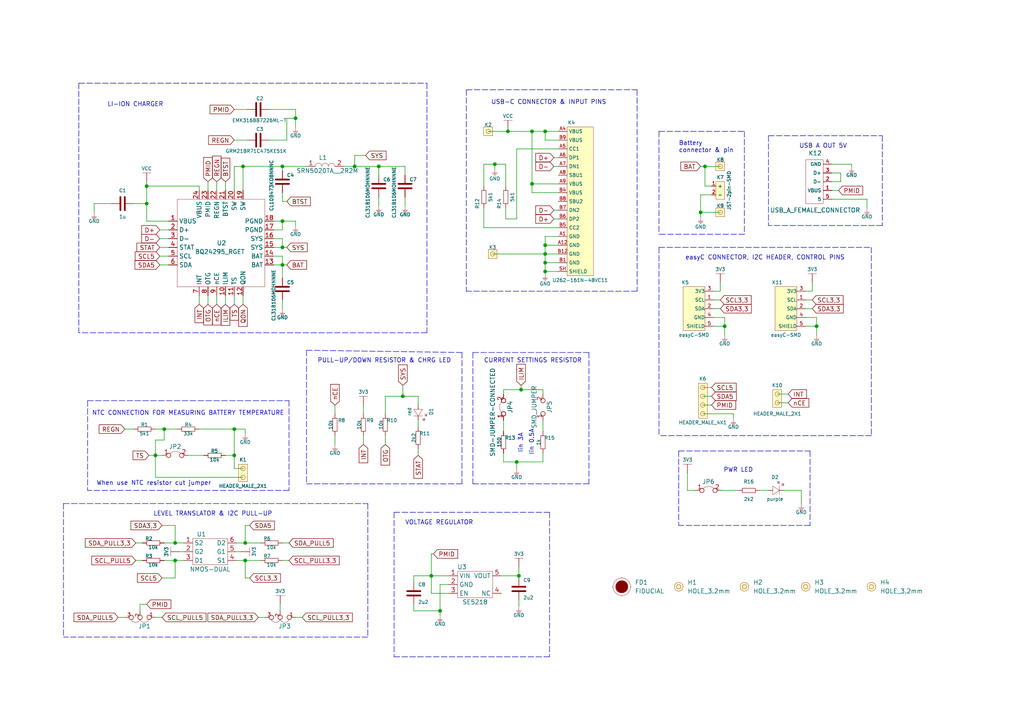
<source format=kicad_sch>
(kicad_sch (version 20211123) (generator eeschema)
  (paper "A4")
  (title_block (title "Li-ion charger BQ24295 with 5V USB output board") (date "2022-07-21") (rev "V1.0.0.") (company "SOLDERED") (comment 1 "333075"))
  (lib_symbols
    (symbol "e-radionica.com schematics:0402LED" (pin_numbers hide) (pin_names (offset 0.254) hide)
      (property "Reference" "D" (at -0.635 2.54 0))
      (property "Value" "0402LED" (at 0 -2.54 0))
      (symbol "0402LED_1_1"
        (pin passive line (at -1.905 0 0) (length 1.27) (name "A") (number "1"))
        (pin passive line (at 2.54 0 180) (length 1.27) (name "K") (number "2"))
      )
    )
    (symbol "e-radionica.com schematics:0402R" (pin_numbers hide) (pin_names (offset 0.254))
      (property "Reference" "R" (at -1.905 1.27 0))
      (property "Value" "0402R" (at 0 -1.27 0))
      (symbol "0402R_1_1"
        (pin passive line (at -3.175 0 0) (length 1.27) (name "~") (number "1"))
        (pin passive line (at 3.175 0 180) (length 1.27) (name "~") (number "2"))
      )
    )
    (symbol "e-radionica.com schematics:0603C" (pin_numbers hide) (pin_names (offset 0.002))
      (property "Reference" "C" (at -0.635 3.175 0))
      (property "Value" "0603C" (at 0 -3.175 0))
      (symbol "0603C_1_1"
        (pin passive line (at -3.175 0 0) (length 2.54) (name "~") (number "1"))
        (pin passive line (at 3.175 0 180) (length 2.54) (name "~") (number "2"))
      )
    )
    (symbol "e-radionica.com schematics:0603R" (pin_numbers hide) (pin_names (offset 0.254))
      (property "Reference" "R" (at -1.905 1.905 0))
      (property "Value" "0603R" (at 0 -1.905 0))
      (symbol "0603R_1_1"
        (pin passive line (at -3.175 0 0) (length 1.27) (name "~") (number "1"))
        (pin passive line (at 3.175 0 180) (length 1.27) (name "~") (number "2"))
      )
    )
    (symbol "e-radionica.com schematics:0603R_1" (pin_numbers hide) (pin_names (offset 0.254))
      (property "Reference" "R" (at -1.905 1.905 0))
      (property "Value" "0603R" (at 0 -1.905 0))
      (symbol "0603R_1_1_1"
        (pin passive line (at -3.175 0 0) (length 1.27) (name "~") (number "1"))
        (pin passive line (at 3.175 0 180) (length 1.27) (name "~") (number "2"))
      )
    )
    (symbol "e-radionica.com schematics:0603R_2" (pin_numbers hide) (pin_names (offset 0.254))
      (property "Reference" "R" (at -1.905 1.905 0))
      (property "Value" "0603R" (at 0 -1.905 0))
      (symbol "0603R_2_1_1"
        (pin passive line (at -3.175 0 0) (length 1.27) (name "~") (number "1"))
        (pin passive line (at 3.175 0 180) (length 1.27) (name "~") (number "2"))
      )
    )
    (symbol "e-radionica.com schematics:0805C" (pin_numbers hide)
      (property "Reference" "C" (at -0.635 3.175 0))
      (property "Value" "0805C" (at 0 -3.175 0))
      (symbol "0805C_1_1"
        (pin passive line (at -3.175 0 0) (length 2.54) (name "~") (number "1"))
        (pin passive line (at 3.175 0 180) (length 2.54) (name "~") (number "2"))
      )
    )
    (symbol "e-radionica.com schematics:1206C" (pin_numbers hide)
      (property "Reference" "C" (at -0.635 3.175 0))
      (property "Value" "1206C" (at 0 -3.175 0))
      (symbol "1206C_1_1"
        (pin passive line (at -3.175 0 0) (length 2.54) (name "~") (number "1"))
        (pin passive line (at 3.175 0 180) (length 2.54) (name "~") (number "2"))
      )
    )
    (symbol "e-radionica.com schematics:3V3" (power) (pin_names (offset 0))
      (property "Value" "3V3" (at 0 3.556 0))
      (symbol "3V3_1_1"
        (pin power_in line (at 0 0 90) (length 0) hide (name "3V3") (number "1"))
      )
    )
    (symbol "e-radionica.com schematics:BQ24295_RGET"
      (property "Reference" "U" (at 10.16 13.97 0))
      (property "Value" "BQ24295_RGET" (at -15.24 -15.24 0))
      (symbol "BQ24295_RGET_1_1"
        (pin input line (at -15.24 6.35 0) (length 2.54) (name "VBUS") (number "1"))
        (pin input line (at 1.27 -15.24 90) (length 2.54) (name "ILIM") (number "10"))
        (pin input line (at 3.81 -15.24 90) (length 2.54) (name "TS") (number "11"))
        (pin input line (at 6.35 -15.24 90) (length 2.54) (name "QON") (number "12"))
        (pin input line (at 15.24 -6.35 180) (length 2.54) (name "BAT") (number "13"))
        (pin input line (at 15.24 -3.81 180) (length 2.54) (name "BAT") (number "14"))
        (pin input line (at 15.24 -1.27 180) (length 2.54) (name "SYS") (number "15"))
        (pin input line (at 15.24 1.27 180) (length 2.54) (name "SYS") (number "16"))
        (pin input line (at 15.24 3.81 180) (length 2.54) (name "PGND") (number "17"))
        (pin input line (at 15.24 6.35 180) (length 2.54) (name "PGND") (number "18"))
        (pin input line (at 6.35 15.24 270) (length 2.54) (name "SW") (number "19"))
        (pin input line (at -15.24 3.81 0) (length 2.54) (name "D+") (number "2"))
        (pin input line (at 3.81 15.24 270) (length 2.54) (name "SW") (number "20"))
        (pin input line (at 1.27 15.24 270) (length 2.54) (name "BTST") (number "21"))
        (pin input line (at -1.27 15.24 270) (length 2.54) (name "REGN") (number "22"))
        (pin input line (at -3.81 15.24 270) (length 2.54) (name "PMID") (number "23"))
        (pin input line (at -6.35 15.24 270) (length 2.54) (name "VBUS") (number "24"))
        (pin input line (at -15.24 1.27 0) (length 2.54) (name "D-") (number "3"))
        (pin input line (at -15.24 -1.27 0) (length 2.54) (name "STAT") (number "4"))
        (pin input line (at -15.24 -3.81 0) (length 2.54) (name "SCL") (number "5"))
        (pin input line (at -15.24 -6.35 0) (length 2.54) (name "SDA") (number "6"))
        (pin input line (at -6.35 -15.24 90) (length 2.54) (name "INT") (number "7"))
        (pin input line (at -3.81 -15.24 90) (length 2.54) (name "OTG") (number "8"))
        (pin input line (at -1.27 -15.24 90) (length 2.54) (name "nCE") (number "9"))
      )
    )
    (symbol "e-radionica.com schematics:FIDUCIAL" (in_bom no)
      (property "Reference" "FD" (at 0 3.81 0))
      (property "Value" "FIDUCIAL" (at 0 -3.81 0))
    )
    (symbol "e-radionica.com schematics:GND" (power) (pin_names (offset 0))
      (property "Value" "GND" (at 0 -2.921 0))
      (symbol "GND_1_1"
        (pin power_in line (at 0 0 270) (length 0) hide (name "GND") (number "1"))
      )
    )
    (symbol "e-radionica.com schematics:GND_1" (power) (pin_names (offset 0))
      (property "Value" "GND" (at 0 -2.921 0))
      (symbol "GND_1_1_1"
        (pin power_in line (at 0 0 270) (length 0) hide (name "GND") (number "1"))
      )
    )
    (symbol "e-radionica.com schematics:GND_5" (power) (pin_names (offset 0))
      (property "Value" "GND" (at 0 -2.921 0))
      (symbol "GND_5_1_1"
        (pin power_in line (at 0 0 270) (length 0) hide (name "GND") (number "1"))
      )
    )
    (symbol "e-radionica.com schematics:HEADER_MALE_1X1" (pin_numbers hide) (pin_names hide)
      (property "Reference" "K" (at -0.635 2.54 0))
      (property "Value" "HEADER_MALE_1X1" (at 0 -2.54 0))
      (symbol "HEADER_MALE_1X1_1_1"
        (pin passive line (at 0 0 180) (length 0) (name "~") (number "1"))
      )
    )
    (symbol "e-radionica.com schematics:HEADER_MALE_2X1" (pin_numbers hide) (pin_names hide)
      (property "Reference" "K" (at -1.27 5.08 0))
      (property "Value" "HEADER_MALE_2X1" (at 0 -2.54 0))
      (symbol "HEADER_MALE_2X1_1_1"
        (pin passive line (at 0 0 180) (length 0) (name "~") (number "1"))
        (pin passive line (at 0 2.54 180) (length 0) (name "~") (number "2"))
      )
    )
    (symbol "e-radionica.com schematics:HEADER_MALE_4X1" (pin_numbers hide) (pin_names hide)
      (property "Reference" "K" (at -0.635 7.62 0))
      (property "Value" "HEADER_MALE_4X1" (at 0 -5.08 0))
      (symbol "HEADER_MALE_4X1_1_1"
        (pin passive line (at 0 -2.54 180) (length 0) (name "~") (number "1"))
        (pin passive line (at 0 0 180) (length 0) (name "~") (number "2"))
        (pin passive line (at 0 2.54 180) (length 0) (name "~") (number "3"))
        (pin passive line (at 0 5.08 180) (length 0) (name "~") (number "4"))
      )
    )
    (symbol "e-radionica.com schematics:HOLE_3.2mm" (pin_numbers hide) (pin_names hide)
      (property "Reference" "H" (at 0 2.54 0))
      (property "Value" "HOLE_3.2mm" (at 0 -2.54 0))
    )
    (symbol "e-radionica.com schematics:JST-2pin-SMD"
      (property "Reference" "K" (at -1.27 5.08 0))
      (property "Value" "JST-2pin-SMD" (at 0 -2.54 0))
      (symbol "JST-2pin-SMD_1_1"
        (pin passive line (at 1.27 0 180) (length 1.27) (name "+") (number "1"))
        (pin passive line (at 1.27 2.54 180) (length 1.27) (name "-") (number "2"))
      )
    )
    (symbol "e-radionica.com schematics:NMOS-DUAL"
      (property "Reference" "U" (at -3.81 5.08 0))
      (property "Value" "NMOS-DUAL" (at 0 -5.08 0))
      (symbol "NMOS-DUAL_1_1"
        (pin input line (at -7.62 2.54 0) (length 2.54) (name "S2") (number "1"))
        (pin input line (at -7.62 0 0) (length 2.54) (name "G2") (number "2"))
        (pin input line (at -7.62 -2.54 0) (length 2.54) (name "D1") (number "3"))
        (pin input line (at 7.62 -2.54 180) (length 2.54) (name "S1") (number "4"))
        (pin input line (at 7.62 0 180) (length 2.54) (name "G1") (number "5"))
        (pin input line (at 7.62 2.54 180) (length 2.54) (name "D2") (number "6"))
      )
    )
    (symbol "e-radionica.com schematics:SE5218"
      (property "Reference" "U" (at -3.81 5.08 0))
      (property "Value" "SE5218" (at 0 -5.08 0))
      (symbol "SE5218_1_1"
        (pin power_in line (at -7.62 2.54 0) (length 2.54) (name "VIN") (number "1"))
        (pin power_in line (at -7.62 0 0) (length 2.54) (name "GND") (number "2"))
        (pin input line (at -7.62 -2.54 0) (length 2.54) (name "EN") (number "3"))
        (pin passive line (at 7.62 -2.54 180) (length 2.54) (name "NC") (number "4"))
        (pin power_out line (at 7.62 2.54 180) (length 2.54) (name "VOUT") (number "5"))
      )
    )
    (symbol "e-radionica.com schematics:SMD-JUMPER-CONNECTED"
      (property "Reference" "JP" (at 0 3.556 0))
      (property "Value" "SMD-JUMPER-CONNECTED" (at 0 -2.54 0))
      (symbol "SMD-JUMPER-CONNECTED_1_1"
        (pin passive inverted (at -4.064 0 0) (length 2.54) (name "") (number "1"))
        (pin passive inverted (at 3.556 0 180) (length 2.54) (name "") (number "2"))
      )
    )
    (symbol "e-radionica.com schematics:SMD-JUMPER-CONNECTED_TRACE_SLODERMASK"
      (property "Reference" "JP" (at 0 3.556 0))
      (property "Value" "SMD-JUMPER-CONNECTED_TRACE_SLODERMASK" (at 0 -2.54 0))
      (symbol "SMD-JUMPER-CONNECTED_TRACE_SLODERMASK_1_1"
        (pin passive inverted (at -4.064 0 0) (length 2.54) (name "") (number "1"))
        (pin passive inverted (at 3.556 0 180) (length 2.54) (name "") (number "2"))
      )
    )
    (symbol "e-radionica.com schematics:SMD_JUMPER"
      (property "Reference" "JP" (at 0 1.397 0))
      (property "Value" "SMD_JUMPER" (at 0.508 -3.048 0))
      (symbol "SMD_JUMPER_1_1"
        (pin passive inverted (at -3.81 0 0) (length 2.54) (name "") (number "1"))
        (pin passive inverted (at 3.81 0 180) (length 2.54) (name "") (number "2"))
      )
    )
    (symbol "e-radionica.com schematics:SMD_JUMPER_3_PAD_TRACE"
      (property "Reference" "JP" (at 0.0254 5.461 0))
      (property "Value" "SMD_JUMPER_3_PAD_TRACE" (at 0.3048 -4.572 0))
      (symbol "SMD_JUMPER_3_PAD_TRACE_1_1"
        (pin passive inverted (at -4.5212 -0.0254 0) (length 2.54) (name "") (number "1"))
        (pin passive inverted (at 0.0254 -1.9304 90) (length 2.54) (name "") (number "2"))
        (pin passive inverted (at 4.4704 0 180) (length 2.54) (name "") (number "3"))
      )
    )
    (symbol "e-radionica.com schematics:SRN5020TA__2R2M"
      (property "Reference" "L" (at 0 2.54 0))
      (property "Value" "SRN5020TA__2R2M" (at 0 -2.54 0))
      (symbol "SRN5020TA__2R2M_1_1"
        (pin passive line (at -5.08 0 0) (length 2.54) (name "") (number "1"))
        (pin passive line (at 5.715 0 180) (length 2.54) (name "") (number "2"))
      )
    )
    (symbol "e-radionica.com schematics:U262-161N-4BVC11"
      (property "Reference" "K" (at 0 22.86 0))
      (property "Value" "U262-161N-4BVC11" (at 2.54 -22.86 0))
      (symbol "U262-161N-4BVC11_1_1"
        (pin passive line (at -3.81 -10.16 0) (length 2.54) (name "GND") (number "A1"))
        (pin passive line (at -3.81 -12.7 0) (length 2.54) (name "GND") (number "A12"))
        (pin passive line (at -3.81 20.32 0) (length 2.54) (name "VBUS") (number "A4"))
        (pin passive line (at -3.81 15.24 0) (length 2.54) (name "CC1") (number "A5"))
        (pin passive line (at -3.81 12.7 0) (length 2.54) (name "DP1") (number "A6"))
        (pin passive line (at -3.81 10.16 0) (length 2.54) (name "DN1") (number "A7"))
        (pin passive line (at -3.81 7.62 0) (length 2.54) (name "SBU1") (number "A8"))
        (pin passive line (at -3.81 5.08 0) (length 2.54) (name "VBUS") (number "A9"))
        (pin passive line (at -3.81 -17.78 0) (length 2.54) (name "GND") (number "B1"))
        (pin passive line (at -3.81 -15.24 0) (length 2.54) (name "GND") (number "B12"))
        (pin passive line (at -3.81 2.54 0) (length 2.54) (name "VBUS") (number "B4"))
        (pin passive line (at -3.81 -7.62 0) (length 2.54) (name "CC2") (number "B5"))
        (pin passive line (at -3.81 -5.08 0) (length 2.54) (name "DP2") (number "B6"))
        (pin passive line (at -3.81 -2.54 0) (length 2.54) (name "DN2") (number "B7"))
        (pin passive line (at -3.81 0 0) (length 2.54) (name "SBU2") (number "B8"))
        (pin passive line (at -3.81 17.78 0) (length 2.54) (name "VBUS") (number "B9"))
        (pin passive line (at -3.81 -20.32 0) (length 2.54) (name "SHIELD") (number "SH"))
      )
    )
    (symbol "e-radionica.com schematics:USB_A_FEMALE_CONNECTOR"
      (property "Reference" "K" (at 0 10.16 0))
      (property "Value" "USB_A_FEMALE_CONNECTOR" (at 1.27 -7.62 0))
      (symbol "USB_A_FEMALE_CONNECTOR_1_1"
        (pin passive line (at 5.08 -2.54 180) (length 2.54) (name "VBUS") (number "1"))
        (pin passive line (at 5.08 0 180) (length 2.54) (name "D-") (number "2"))
        (pin passive line (at 5.08 2.54 180) (length 2.54) (name "D+") (number "3"))
        (pin passive line (at 5.08 5.08 180) (length 2.54) (name "GND") (number "4"))
        (pin passive line (at 5.08 -5.08 180) (length 2.54) (name "5") (number "5"))
      )
    )
    (symbol "e-radionica.com schematics:VCC" (power) (pin_names (offset 0))
      (property "Value" "VCC" (at 0 3.556 0))
      (symbol "VCC_1_1"
        (pin power_in line (at 0 0 90) (length 0) hide (name "VCC") (number "1"))
      )
    )
    (symbol "e-radionica.com schematics:easyC-SMD" (pin_names (offset 0.002))
      (property "Reference" "K" (at -2.54 10.16 0))
      (property "Value" "easyC-SMD" (at 0 -5.08 0))
      (symbol "easyC-SMD_1_1"
        (pin passive line (at 5.715 5.08 180) (length 2.54) (name "SCL") (number "1"))
        (pin passive line (at 5.715 2.54 180) (length 2.54) (name "SDA") (number "2"))
        (pin passive line (at 5.715 7.62 180) (length 2.54) (name "3V3") (number "3"))
        (pin passive line (at 5.715 0 180) (length 2.54) (name "GND") (number "4"))
        (pin passive line (at 5.715 -2.54 180) (length 2.54) (name "SHIELD") (number "5"))
      )
    )
  )
  (junction (at 151.13 113.03) (diameter 0.9144))
  (junction (at 42.545 59.055) (diameter 0.9144))
  (junction (at 81.915 48.26) (diameter 0.9144))
  (junction (at 42.545 53.975) (diameter 0.9144))
  (junction (at 147.32 38.1) (diameter 0.9144))
  (junction (at 143.51 47.625) (diameter 0.9144))
  (junction (at 67.945 132.08) (diameter 0.9144))
  (junction (at 47.625 124.46) (diameter 0.9144))
  (junction (at 154.305 53.34) (diameter 0.9144))
  (junction (at 149.86 133.985) (diameter 0.9144))
  (junction (at 127.635 177.165) (diameter 0.9144))
  (junction (at 158.115 73.66) (diameter 0.9144))
  (junction (at 158.115 78.74) (diameter 0.9144))
  (junction (at 85.725 34.29) (diameter 0.9144))
  (junction (at 102.87 48.26) (diameter 0.9144))
  (junction (at 71.12 157.48) (diameter 0.9144))
  (junction (at 154.305 38.1) (diameter 0.9144))
  (junction (at 81.915 64.135) (diameter 0.9144))
  (junction (at 125.095 167.005) (diameter 0.9144))
  (junction (at 116.84 114.935) (diameter 0.9144))
  (junction (at 81.915 71.755) (diameter 0.9144))
  (junction (at 67.945 124.46) (diameter 0.9144))
  (junction (at 210.185 94.615) (diameter 0.9144))
  (junction (at 204.47 48.26) (diameter 0.9144))
  (junction (at 158.115 38.1) (diameter 0.9144))
  (junction (at 50.8 157.48) (diameter 0.9144))
  (junction (at 50.8 162.56) (diameter 0.9144))
  (junction (at 109.855 48.26) (diameter 0.9144))
  (junction (at 203.2 61.595) (diameter 0.9144))
  (junction (at 45.085 132.08) (diameter 0.9144))
  (junction (at 158.115 76.2) (diameter 0.9144))
  (junction (at 236.855 94.615) (diameter 0.9144))
  (junction (at 81.915 76.835) (diameter 0.9144))
  (junction (at 71.12 162.56) (diameter 0.9144))
  (junction (at 70.485 48.26) (diameter 0.9144))
  (junction (at 158.115 71.12) (diameter 0.9144))
  (junction (at 150.495 167.005) (diameter 0.9144))
  (wire (pts (xy 67.945 85.725) (xy 67.945 88.265)))
  (wire (pts (xy 46.355 66.675) (xy 48.895 66.675)))
  (wire (pts (xy 99.695 48.26) (xy 102.87 48.26)))
  (wire (pts (xy 102.87 48.26) (xy 109.855 48.26)))
  (wire (pts (xy 109.855 48.26) (xy 109.855 50.8)))
  (wire (pts (xy 154.305 53.34) (xy 154.305 55.88)))
  (wire (pts (xy 62.865 85.725) (xy 62.865 88.265)))
  (wire (pts (xy 203.2 48.26) (xy 204.47 48.26)))
  (wire (pts (xy 145.415 167.005) (xy 150.495 167.005)))
  (wire (pts (xy 203.835 120.015) (xy 212.725 120.015)))
  (wire (pts (xy 78.105 40.64) (xy 83.185 40.64)))
  (wire (pts (xy 83.185 34.29) (xy 85.725 34.29)))
  (wire (pts (xy 83.185 40.64) (xy 83.185 34.29)))
  (wire (pts (xy 85.725 34.29) (xy 85.725 36.83)))
  (wire (pts (xy 227.33 142.24) (xy 232.41 142.24)))
  (wire (pts (xy 160.655 45.72) (xy 161.925 45.72)))
  (wire (pts (xy 158.115 38.1) (xy 161.925 38.1)))
  (polyline (pts (xy 88.9 101.6) (xy 88.9 140.335)) (stroke (width 0) (type dash)))
  (polyline (pts (xy 88.9 101.6) (xy 133.985 102.235)) (stroke (width 0) (type dash)))
  (polyline (pts (xy 133.985 102.235) (xy 133.985 140.335)) (stroke (width 0) (type dash)))
  (polyline (pts (xy 133.985 140.335) (xy 88.9 140.335)) (stroke (width 0) (type dash)))
  (wire (pts (xy 71.12 167.64) (xy 71.12 162.56)))
  (wire (pts (xy 142.875 73.66) (xy 158.115 73.66)))
  (wire (pts (xy 158.115 71.12) (xy 158.115 73.66)))
  (wire (pts (xy 50.8 167.64) (xy 50.8 162.56)))
  (polyline (pts (xy 18.415 146.05) (xy 18.415 184.785)) (stroke (width 0) (type dash)))
  (polyline (pts (xy 18.415 146.05) (xy 106.68 146.05)) (stroke (width 0) (type dash)))
  (polyline (pts (xy 106.68 146.05) (xy 106.68 184.785)) (stroke (width 0) (type dash)))
  (polyline (pts (xy 106.68 184.785) (xy 18.415 184.785)) (stroke (width 0) (type dash)))
  (wire (pts (xy 210.185 94.615) (xy 210.185 97.155)))
  (polyline (pts (xy 196.85 130.81) (xy 234.95 130.81)) (stroke (width 0) (type dash)))
  (wire (pts (xy 151.13 113.03) (xy 151.13 111.76)))
  (wire (pts (xy 157.48 113.03) (xy 151.13 113.03)))
  (wire (pts (xy 157.48 114.3) (xy 157.48 113.03)))
  (wire (pts (xy 81.915 48.26) (xy 88.9 48.26)))
  (wire (pts (xy 154.305 53.34) (xy 154.305 38.1)))
  (wire (pts (xy 203.835 114.935) (xy 206.375 114.935)))
  (wire (pts (xy 67.945 31.75) (xy 71.755 31.75)))
  (wire (pts (xy 81.2546 177.1396) (xy 81.2546 175.26)))
  (wire (pts (xy 146.05 113.03) (xy 151.13 113.03)))
  (wire (pts (xy 146.05 114.3) (xy 146.05 113.03)))
  (wire (pts (xy 68.58 157.48) (xy 71.12 157.48)))
  (wire (pts (xy 46.99 167.64) (xy 50.8 167.64)))
  (wire (pts (xy 233.68 84.455) (xy 235.585 84.455)))
  (wire (pts (xy 81.915 58.42) (xy 83.185 58.42)))
  (polyline (pts (xy 191.135 71.755) (xy 191.135 126.365)) (stroke (width 0) (type dash)))
  (polyline (pts (xy 191.135 71.755) (xy 252.73 71.755)) (stroke (width 0) (type dash)))
  (polyline (pts (xy 252.73 71.755) (xy 252.73 126.365)) (stroke (width 0) (type dash)))
  (polyline (pts (xy 252.73 126.365) (xy 191.135 126.365)) (stroke (width 0) (type dash)))
  (wire (pts (xy 207.01 84.455) (xy 208.915 84.455)))
  (wire (pts (xy 140.335 60.325) (xy 140.335 66.04)))
  (wire (pts (xy 140.335 47.625) (xy 143.51 47.625)))
  (wire (pts (xy 62.865 52.705) (xy 62.865 55.245)))
  (wire (pts (xy 121.285 121.92) (xy 121.285 123.825)))
  (wire (pts (xy 120.015 168.91) (xy 120.015 167.005)))
  (wire (pts (xy 158.115 76.2) (xy 161.925 76.2)))
  (wire (pts (xy 81.915 55.88) (xy 81.915 58.42)))
  (wire (pts (xy 241.3 52.705) (xy 243.84 52.705)))
  (wire (pts (xy 243.84 50.165) (xy 241.3 50.165)))
  (wire (pts (xy 243.84 52.705) (xy 243.84 50.165)))
  (wire (pts (xy 78.105 31.75) (xy 85.725 31.75)))
  (wire (pts (xy 85.725 31.75) (xy 85.725 34.29)))
  (wire (pts (xy 120.015 167.005) (xy 125.095 167.005)))
  (wire (pts (xy 74.93 179.07) (xy 76.8096 179.07)))
  (wire (pts (xy 125.095 160.655) (xy 125.095 167.005)))
  (wire (pts (xy 125.73 160.655) (xy 125.095 160.655)))
  (wire (pts (xy 85.8012 179.07) (xy 87.63 179.07)))
  (wire (pts (xy 125.095 172.085) (xy 125.095 167.005)))
  (wire (pts (xy 97.155 117.475) (xy 97.155 120.015)))
  (wire (pts (xy 71.12 157.48) (xy 75.565 157.48)))
  (wire (pts (xy 109.855 57.15) (xy 109.855 59.69)))
  (wire (pts (xy 79.375 69.215) (xy 81.915 69.215)))
  (wire (pts (xy 81.915 69.215) (xy 81.915 71.755)))
  (polyline (pts (xy 222.885 39.37) (xy 222.885 65.405)) (stroke (width 0) (type dash)))
  (polyline (pts (xy 222.885 39.37) (xy 255.905 39.37)) (stroke (width 0) (type dash)))
  (polyline (pts (xy 255.905 39.37) (xy 255.905 65.405)) (stroke (width 0) (type dash)))
  (polyline (pts (xy 255.905 65.405) (xy 222.885 65.405)) (stroke (width 0) (type dash)))
  (wire (pts (xy 116.84 111.76) (xy 116.84 114.935)))
  (wire (pts (xy 116.84 114.935) (xy 121.285 114.935)))
  (wire (pts (xy 121.285 114.935) (xy 121.285 117.475)))
  (wire (pts (xy 43.18 132.08) (xy 45.085 132.08)))
  (wire (pts (xy 46.355 71.755) (xy 48.895 71.755)))
  (wire (pts (xy 105.41 126.365) (xy 105.41 128.905)))
  (wire (pts (xy 70.485 85.725) (xy 70.485 88.265)))
  (wire (pts (xy 42.545 59.055) (xy 42.545 53.975)))
  (wire (pts (xy 42.545 64.135) (xy 42.545 59.055)))
  (wire (pts (xy 48.895 64.135) (xy 42.545 64.135)))
  (polyline (pts (xy 184.785 84.455) (xy 135.255 84.455)) (stroke (width 0) (type dash)))
  (wire (pts (xy 140.335 47.625) (xy 140.335 53.975)))
  (wire (pts (xy 225.425 114.3) (xy 228.6 114.3)))
  (wire (pts (xy 71.12 152.4) (xy 71.12 157.48)))
  (wire (pts (xy 241.3 47.625) (xy 247.015 47.625)))
  (wire (pts (xy 247.015 47.625) (xy 247.015 48.26)))
  (wire (pts (xy 146.05 121.92) (xy 146.05 125.095)))
  (wire (pts (xy 46.99 179.0446) (xy 46.99 179.07)))
  (wire (pts (xy 143.51 47.625) (xy 146.685 47.625)))
  (wire (pts (xy 158.115 73.66) (xy 161.925 73.66)))
  (wire (pts (xy 85.8012 179.0446) (xy 85.8012 179.07)))
  (wire (pts (xy 158.115 76.2) (xy 158.115 78.74)))
  (wire (pts (xy 150.495 164.465) (xy 150.495 167.005)))
  (wire (pts (xy 235.585 84.455) (xy 235.585 81.915)))
  (wire (pts (xy 65.405 52.705) (xy 65.405 55.245)))
  (wire (pts (xy 81.915 162.56) (xy 83.82 162.56)))
  (wire (pts (xy 146.685 47.625) (xy 146.685 53.975)))
  (wire (pts (xy 36.195 124.46) (xy 38.735 124.46)))
  (polyline (pts (xy 234.95 152.4) (xy 196.85 152.4)) (stroke (width 0) (type dash)))
  (wire (pts (xy 97.155 126.365) (xy 97.155 128.905)))
  (wire (pts (xy 54.61 132.08) (xy 59.055 132.08)))
  (wire (pts (xy 65.405 85.725) (xy 65.405 88.265)))
  (wire (pts (xy 79.375 74.295) (xy 81.915 74.295)))
  (wire (pts (xy 81.915 74.295) (xy 81.915 76.835)))
  (wire (pts (xy 67.945 48.26) (xy 70.485 48.26)))
  (wire (pts (xy 67.945 55.245) (xy 67.945 48.26)))
  (wire (pts (xy 127.635 169.545) (xy 127.635 177.165)))
  (polyline (pts (xy 137.16 102.235) (xy 137.16 140.335)) (stroke (width 0) (type dash)))
  (polyline (pts (xy 137.16 102.235) (xy 170.815 102.235)) (stroke (width 0) (type dash)))
  (polyline (pts (xy 170.815 102.235) (xy 170.815 140.335)) (stroke (width 0) (type dash)))
  (polyline (pts (xy 170.815 140.335) (xy 137.16 140.335)) (stroke (width 0) (type dash)))
  (wire (pts (xy 146.685 60.325) (xy 146.685 63.5)))
  (wire (pts (xy 117.475 48.26) (xy 109.855 48.26)))
  (wire (pts (xy 117.475 50.8) (xy 117.475 48.26)))
  (wire (pts (xy 209.296 142.24) (xy 213.995 142.24)))
  (wire (pts (xy 105.41 117.475) (xy 105.41 120.015)))
  (wire (pts (xy 212.725 120.015) (xy 212.725 121.285)))
  (wire (pts (xy 121.285 130.175) (xy 121.285 132.08)))
  (wire (pts (xy 241.3 55.245) (xy 243.205 55.245)))
  (wire (pts (xy 201.676 142.24) (xy 199.39 142.24)))
  (wire (pts (xy 46.355 69.215) (xy 48.895 69.215)))
  (wire (pts (xy 68.58 160.02) (xy 69.85 160.02)))
  (wire (pts (xy 241.3 57.785) (xy 251.46 57.785)))
  (wire (pts (xy 251.46 57.785) (xy 251.46 60.325)))
  (wire (pts (xy 79.375 66.675) (xy 81.915 66.675)))
  (wire (pts (xy 81.915 66.675) (xy 81.915 64.135)))
  (wire (pts (xy 225.425 116.84) (xy 228.6 116.84)))
  (wire (pts (xy 150.495 173.99) (xy 150.495 175.895)))
  (wire (pts (xy 70.485 48.26) (xy 81.915 48.26)))
  (wire (pts (xy 70.485 55.245) (xy 70.485 48.26)))
  (wire (pts (xy 81.915 48.26) (xy 81.915 49.53)))
  (wire (pts (xy 39.37 162.56) (xy 41.275 162.56)))
  (wire (pts (xy 233.68 86.995) (xy 235.585 86.995)))
  (wire (pts (xy 40.6146 175.26) (xy 42.545 175.26)))
  (wire (pts (xy 39.37 157.48) (xy 41.275 157.48)))
  (wire (pts (xy 67.945 135.89) (xy 67.945 132.08)))
  (wire (pts (xy 70.485 135.89) (xy 67.945 135.89)))
  (wire (pts (xy 117.475 57.15) (xy 117.475 59.69)))
  (wire (pts (xy 120.015 175.26) (xy 120.015 177.165)))
  (wire (pts (xy 233.68 94.615) (xy 236.855 94.615)))
  (wire (pts (xy 81.915 76.835) (xy 83.185 76.835)))
  (wire (pts (xy 81.915 157.48) (xy 83.82 157.48)))
  (polyline (pts (xy 25.4 116.205) (xy 25.4 142.24)) (stroke (width 0) (type dash)))
  (polyline (pts (xy 25.4 116.205) (xy 83.82 116.205)) (stroke (width 0) (type dash)))
  (polyline (pts (xy 83.82 116.205) (xy 83.82 142.24)) (stroke (width 0) (type dash)))
  (polyline (pts (xy 83.82 142.24) (xy 25.4 142.24)) (stroke (width 0) (type dash)))
  (wire (pts (xy 158.115 68.58) (xy 161.925 68.58)))
  (wire (pts (xy 46.355 74.295) (xy 48.895 74.295)))
  (wire (pts (xy 120.015 177.165) (xy 127.635 177.165)))
  (wire (pts (xy 57.785 124.46) (xy 67.945 124.46)))
  (wire (pts (xy 67.945 124.46) (xy 67.945 132.08)))
  (wire (pts (xy 67.945 124.46) (xy 71.12 124.46)))
  (wire (pts (xy 67.945 132.08) (xy 65.405 132.08)))
  (wire (pts (xy 143.51 47.625) (xy 143.51 48.895)))
  (wire (pts (xy 47.625 162.56) (xy 50.8 162.56)))
  (wire (pts (xy 47.625 124.46) (xy 51.435 124.46)))
  (wire (pts (xy 207.01 94.615) (xy 210.185 94.615)))
  (wire (pts (xy 27.305 59.055) (xy 27.305 61.595)))
  (wire (pts (xy 32.385 59.055) (xy 27.305 59.055)))
  (wire (pts (xy 52.07 160.02) (xy 53.34 160.02)))
  (wire (pts (xy 233.68 92.075) (xy 236.855 92.075)))
  (wire (pts (xy 149.86 63.5) (xy 149.86 43.18)))
  (wire (pts (xy 157.48 131.445) (xy 157.48 133.985)))
  (wire (pts (xy 157.48 133.985) (xy 149.86 133.985)))
  (wire (pts (xy 72.39 167.64) (xy 71.12 167.64)))
  (polyline (pts (xy 234.95 130.81) (xy 234.95 152.4)) (stroke (width 0) (type dash)))
  (wire (pts (xy 161.925 55.88) (xy 154.305 55.88)))
  (wire (pts (xy 160.655 60.96) (xy 161.925 60.96)))
  (wire (pts (xy 208.915 84.455) (xy 208.915 81.915)))
  (wire (pts (xy 50.8 157.48) (xy 53.34 157.48)))
  (wire (pts (xy 154.305 38.1) (xy 158.115 38.1)))
  (wire (pts (xy 45.085 127.635) (xy 47.625 127.635)))
  (wire (pts (xy 45.085 132.08) (xy 45.085 127.635)))
  (wire (pts (xy 46.99 132.08) (xy 45.085 132.08)))
  (wire (pts (xy 47.625 124.46) (xy 45.085 124.46)))
  (wire (pts (xy 47.625 127.635) (xy 47.625 124.46)))
  (wire (pts (xy 203.835 112.395) (xy 206.375 112.395)))
  (polyline (pts (xy 135.255 26.035) (xy 135.255 84.455)) (stroke (width 0) (type dash)))
  (wire (pts (xy 34.29 179.07) (xy 36.1696 179.07)))
  (wire (pts (xy 38.735 59.055) (xy 42.545 59.055)))
  (wire (pts (xy 72.39 152.4) (xy 71.12 152.4)))
  (wire (pts (xy 233.68 89.535) (xy 235.585 89.535)))
  (wire (pts (xy 45.085 138.43) (xy 45.085 132.08)))
  (wire (pts (xy 70.485 138.43) (xy 45.085 138.43)))
  (wire (pts (xy 127.635 177.165) (xy 127.635 178.435)))
  (polyline (pts (xy 135.255 26.035) (xy 184.785 26.035)) (stroke (width 0) (type dash)))
  (wire (pts (xy 146.05 131.445) (xy 146.05 133.985)))
  (wire (pts (xy 146.05 133.985) (xy 149.86 133.985)))
  (wire (pts (xy 149.86 133.985) (xy 149.86 135.89)))
  (wire (pts (xy 161.925 40.64) (xy 158.115 40.64)))
  (wire (pts (xy 158.115 78.74) (xy 161.925 78.74)))
  (polyline (pts (xy 184.785 26.035) (xy 184.785 84.455)) (stroke (width 0) (type dash)))
  (wire (pts (xy 154.305 53.34) (xy 161.925 53.34)))
  (wire (pts (xy 141.605 38.1) (xy 147.32 38.1)))
  (wire (pts (xy 130.175 172.085) (xy 125.095 172.085)))
  (polyline (pts (xy 22.86 24.13) (xy 22.86 96.52)) (stroke (width 0) (type dash)))
  (polyline (pts (xy 22.86 24.13) (xy 123.825 24.13)) (stroke (width 0) (type dash)))
  (polyline (pts (xy 123.825 24.13) (xy 123.825 96.52)) (stroke (width 0) (type dash)))
  (polyline (pts (xy 123.825 96.52) (xy 22.86 96.52)) (stroke (width 0) (type dash)))
  (wire (pts (xy 60.325 52.705) (xy 60.325 55.245)))
  (wire (pts (xy 79.375 76.835) (xy 81.915 76.835)))
  (wire (pts (xy 81.915 76.835) (xy 81.915 80.645)))
  (wire (pts (xy 160.655 63.5) (xy 161.925 63.5)))
  (wire (pts (xy 207.01 86.995) (xy 208.915 86.995)))
  (wire (pts (xy 161.925 66.04) (xy 140.335 66.04)))
  (wire (pts (xy 47.625 157.48) (xy 50.8 157.48)))
  (wire (pts (xy 130.175 169.545) (xy 127.635 169.545)))
  (wire (pts (xy 102.87 45.085) (xy 102.87 48.26)))
  (wire (pts (xy 106.045 45.085) (xy 102.87 45.085)))
  (wire (pts (xy 50.8 162.56) (xy 53.34 162.56)))
  (wire (pts (xy 46.99 152.4) (xy 50.8 152.4)))
  (wire (pts (xy 157.48 121.92) (xy 157.48 125.095)))
  (polyline (pts (xy 191.135 38.1) (xy 191.135 67.945)) (stroke (width 0) (type dash)))
  (polyline (pts (xy 191.135 38.1) (xy 215.9 38.1)) (stroke (width 0) (type dash)))
  (polyline (pts (xy 215.9 38.1) (xy 215.9 67.945)) (stroke (width 0) (type dash)))
  (polyline (pts (xy 215.9 67.945) (xy 191.135 67.945)) (stroke (width 0) (type dash)))
  (wire (pts (xy 71.12 162.56) (xy 75.565 162.56)))
  (wire (pts (xy 207.01 89.535) (xy 208.915 89.535)))
  (wire (pts (xy 203.835 117.475) (xy 206.375 117.475)))
  (wire (pts (xy 79.375 71.755) (xy 81.915 71.755)))
  (wire (pts (xy 81.915 71.755) (xy 83.185 71.755)))
  (wire (pts (xy 111.76 114.935) (xy 116.84 114.935)))
  (wire (pts (xy 111.76 120.015) (xy 111.76 114.935)))
  (wire (pts (xy 160.655 48.26) (xy 161.925 48.26)))
  (wire (pts (xy 45.1612 179.0446) (xy 46.99 179.0446)))
  (wire (pts (xy 236.855 94.615) (xy 236.855 97.155)))
  (wire (pts (xy 199.39 142.24) (xy 199.39 137.16)))
  (wire (pts (xy 147.32 38.1) (xy 154.305 38.1)))
  (wire (pts (xy 147.32 38.1) (xy 147.32 37.465)))
  (wire (pts (xy 146.685 63.5) (xy 149.86 63.5)))
  (wire (pts (xy 158.115 40.64) (xy 158.115 38.1)))
  (wire (pts (xy 232.41 142.24) (xy 232.41 146.05)))
  (wire (pts (xy 79.375 64.135) (xy 81.915 64.135)))
  (wire (pts (xy 81.915 64.135) (xy 85.725 64.135)))
  (wire (pts (xy 85.725 64.135) (xy 85.725 65.405)))
  (wire (pts (xy 158.115 78.74) (xy 158.115 79.375)))
  (wire (pts (xy 60.325 85.725) (xy 60.325 88.265)))
  (wire (pts (xy 111.76 126.365) (xy 111.76 128.905)))
  (wire (pts (xy 81.2546 175.26) (xy 81.28 175.26)))
  (wire (pts (xy 220.345 142.24) (xy 222.885 142.24)))
  (wire (pts (xy 236.855 92.075) (xy 236.855 94.615)))
  (polyline (pts (xy 114.3 148.59) (xy 114.3 190.5)) (stroke (width 0) (type dash)))
  (polyline (pts (xy 114.3 148.59) (xy 159.385 148.59)) (stroke (width 0) (type dash)))
  (polyline (pts (xy 159.385 148.59) (xy 159.385 190.5)) (stroke (width 0) (type dash)))
  (polyline (pts (xy 159.385 190.5) (xy 114.3 190.5)) (stroke (width 0) (type dash)))
  (wire (pts (xy 68.58 162.56) (xy 71.12 162.56)))
  (wire (pts (xy 149.86 43.18) (xy 161.925 43.18)))
  (wire (pts (xy 210.185 92.075) (xy 210.185 94.615)))
  (wire (pts (xy 50.8 152.4) (xy 50.8 157.48)))
  (wire (pts (xy 42.545 53.975) (xy 42.545 52.705)))
  (wire (pts (xy 57.785 53.975) (xy 42.545 53.975)))
  (wire (pts (xy 57.785 55.245) (xy 57.785 53.975)))
  (wire (pts (xy 204.47 48.26) (xy 208.915 48.26)))
  (wire (pts (xy 204.47 53.975) (xy 204.47 48.26)))
  (wire (pts (xy 206.375 53.975) (xy 204.47 53.975)))
  (wire (pts (xy 203.2 56.515) (xy 203.2 61.595)))
  (wire (pts (xy 206.375 56.515) (xy 203.2 56.515)))
  (wire (pts (xy 46.355 76.835) (xy 48.895 76.835)))
  (wire (pts (xy 67.945 40.64) (xy 71.755 40.64)))
  (wire (pts (xy 57.785 85.725) (xy 57.785 88.265)))
  (wire (pts (xy 130.175 167.005) (xy 125.095 167.005)))
  (wire (pts (xy 40.6146 177.1396) (xy 40.6146 175.26)))
  (wire (pts (xy 158.115 73.66) (xy 158.115 76.2)))
  (wire (pts (xy 71.12 125.73) (xy 71.12 124.46)))
  (wire (pts (xy 158.115 68.58) (xy 158.115 71.12)))
  (wire (pts (xy 207.01 92.075) (xy 210.185 92.075)))
  (wire (pts (xy 158.115 71.12) (xy 161.925 71.12)))
  (wire (pts (xy 81.915 86.995) (xy 81.915 89.535)))
  (polyline (pts (xy 196.85 130.81) (xy 196.85 152.4)) (stroke (width 0) (type dash)))
  (wire (pts (xy 150.495 167.005) (xy 150.495 167.64)))
  (wire (pts (xy 203.2 61.595) (xy 203.2 62.865)))
  (wire (pts (xy 208.915 61.595) (xy 203.2 61.595)))
  (text "LEVEL TRANSLATOR & I2C PULL-UP" (at 44.45 149.86 0) (effects (font (size 1.27 1.27)) (justify left bottom)))
  (text "CURRENT SETTINGS RESISTOR" (at 140.335 105.41 0) (effects (font (size 1.27 1.27)) (justify left bottom)))
  (text "When use NTC resistor cut jumper" (at 27.94 140.97 0) (effects (font (size 1.27 1.27)) (justify left bottom)))
  (text "easyC CONNECTOR, I2C HEADER, CONTROL PINS" (at 198.755 75.565 0) (effects (font (size 1.27 1.27)) (justify left bottom)))
  (text "PULL-UP/DOWN RESISTOR & CHRG LED" (at 92.075 105.41 0) (effects (font (size 1.27 1.27)) (justify left bottom)))
  (text "NTC CONNECTION FOR MEASURING BATTERY TEMPERATURE" (at 26.67 120.65 0) (effects (font (size 1.27 1.27)) (justify left bottom)))
  (text "Battery\nconnector & pin" (at 196.85 44.45 0) (effects (font (size 1.27 1.27)) (justify left bottom)))
  (text "USB A OUT 5V" (at 231.775 43.18 0) (effects (font (size 1.27 1.27)) (justify left bottom)))
  (text "VOLTAGE REGULATOR" (at 117.475 152.4 0) (effects (font (size 1.27 1.27)) (justify left bottom)))
  (text "PWR LED" (at 218.44 137.16 180) (effects (font (size 1.27 1.27)) (justify right bottom)))
  (text "Iin 3A" (at 151.765 131.445 90) (effects (font (size 1.27 1.27)) (justify left bottom)))
  (text "USB-C CONNECTOR & INPUT PINS" (at 175.895 30.48 180) (effects (font (size 1.27 1.27)) (justify right bottom)))
  (text "Iin 0.5A" (at 154.94 132.08 90) (effects (font (size 1.27 1.27)) (justify left bottom)))
  (text "LI-ION CHARGER" (at 31.115 31.115 0) (effects (font (size 1.27 1.27)) (justify left bottom)))
  (global_label "SDA3,3" (shape input) (at 208.915 89.535 0) (property "Intersheet References" "${INTERSHEET_REFS}" (effects hide)))
  (global_label "SCL5" (shape input) (at 206.375 112.395 0) (property "Intersheet References" "${INTERSHEET_REFS}" (effects hide)))
  (global_label "SDA5" (shape input) (at 72.39 152.4 0) (property "Intersheet References" "${INTERSHEET_REFS}" (effects hide)))
  (global_label "D+" (shape input) (at 46.355 66.675 180) (property "Intersheet References" "${INTERSHEET_REFS}" (effects hide)))
  (global_label "PMID" (shape input) (at 125.73 160.655 0) (property "Intersheet References" "${INTERSHEET_REFS}" (effects hide)))
  (global_label "PMID" (shape input) (at 60.325 52.705 90) (property "Intersheet References" "${INTERSHEET_REFS}" (effects hide)))
  (global_label "PMID" (shape input) (at 67.945 31.75 180) (property "Intersheet References" "${INTERSHEET_REFS}" (effects hide)))
  (global_label "REGN" (shape input) (at 62.865 52.705 90) (property "Intersheet References" "${INTERSHEET_REFS}" (effects hide)))
  (global_label "nCE" (shape input) (at 228.6 116.84 0) (property "Intersheet References" "${INTERSHEET_REFS}" (effects hide)))
  (global_label "nCE" (shape input) (at 62.865 88.265 270) (property "Intersheet References" "${INTERSHEET_REFS}" (effects hide)))
  (global_label "SYS" (shape input) (at 116.84 111.76 90) (property "Intersheet References" "${INTERSHEET_REFS}" (effects hide)))
  (global_label "TS" (shape input) (at 43.18 132.08 180) (property "Intersheet References" "${INTERSHEET_REFS}" (effects hide)))
  (global_label "BAT" (shape input) (at 203.2 48.26 180) (property "Intersheet References" "${INTERSHEET_REFS}" (effects hide)))
  (global_label "SCL_PULL5" (shape input) (at 39.37 162.56 180) (property "Intersheet References" "${INTERSHEET_REFS}" (effects hide)))
  (global_label "SCL5" (shape input) (at 46.355 74.295 180) (property "Intersheet References" "${INTERSHEET_REFS}" (effects hide)))
  (global_label "SCL3,3" (shape input) (at 72.39 167.64 0) (property "Intersheet References" "${INTERSHEET_REFS}" (effects hide)))
  (global_label "SDA3,3" (shape input) (at 46.99 152.4 180) (property "Intersheet References" "${INTERSHEET_REFS}" (effects hide)))
  (global_label "SCL_PULL5" (shape input) (at 46.99 179.07 0) (property "Intersheet References" "${INTERSHEET_REFS}" (effects hide)))
  (global_label "SDA5" (shape input) (at 206.375 114.935 0) (property "Intersheet References" "${INTERSHEET_REFS}" (effects hide)))
  (global_label "SCL_PULL3,3" (shape input) (at 83.82 162.56 0) (property "Intersheet References" "${INTERSHEET_REFS}" (effects hide)))
  (global_label "SCL3,3" (shape input) (at 208.915 86.995 0) (property "Intersheet References" "${INTERSHEET_REFS}" (effects hide)))
  (global_label "REGN" (shape input) (at 36.195 124.46 180) (property "Intersheet References" "${INTERSHEET_REFS}" (effects hide)))
  (global_label "BAT" (shape input) (at 83.185 76.835 0) (property "Intersheet References" "${INTERSHEET_REFS}" (effects hide)))
  (global_label "STAT" (shape input) (at 121.285 132.08 270) (property "Intersheet References" "${INTERSHEET_REFS}" (effects hide)))
  (global_label "PMID" (shape input) (at 243.205 55.245 0) (property "Intersheet References" "${INTERSHEET_REFS}" (effects hide)))
  (global_label "SDA_PULL3,3" (shape input) (at 39.37 157.48 180) (property "Intersheet References" "${INTERSHEET_REFS}" (effects hide)))
  (global_label "ILIM" (shape input) (at 65.405 88.265 270) (property "Intersheet References" "${INTERSHEET_REFS}" (effects hide)))
  (global_label "SCL3,3" (shape input) (at 235.585 86.995 0) (property "Intersheet References" "${INTERSHEET_REFS}" (effects hide)))
  (global_label "QON" (shape input) (at 70.485 88.265 270) (property "Intersheet References" "${INTERSHEET_REFS}" (effects hide)))
  (global_label "ILIM" (shape input) (at 151.13 111.76 90) (property "Intersheet References" "${INTERSHEET_REFS}" (effects hide)))
  (global_label "REGN" (shape input) (at 67.945 40.64 180) (property "Intersheet References" "${INTERSHEET_REFS}" (effects hide)))
  (global_label "D-" (shape input) (at 46.355 69.215 180) (property "Intersheet References" "${INTERSHEET_REFS}" (effects hide)))
  (global_label "OTG" (shape input) (at 60.325 88.265 270) (property "Intersheet References" "${INTERSHEET_REFS}" (effects hide)))
  (global_label "SDA5" (shape input) (at 46.355 76.835 180) (property "Intersheet References" "${INTERSHEET_REFS}" (effects hide)))
  (global_label "TS" (shape input) (at 67.945 88.265 270) (property "Intersheet References" "${INTERSHEET_REFS}" (effects hide)))
  (global_label "INT" (shape input) (at 105.41 128.905 270) (property "Intersheet References" "${INTERSHEET_REFS}" (effects hide)))
  (global_label "OTG" (shape input) (at 111.76 128.905 270) (property "Intersheet References" "${INTERSHEET_REFS}" (effects hide)))
  (global_label "BTST" (shape input) (at 83.185 58.42 0) (property "Intersheet References" "${INTERSHEET_REFS}" (effects hide)))
  (global_label "D+" (shape input) (at 160.655 45.72 180) (property "Intersheet References" "${INTERSHEET_REFS}" (effects hide)))
  (global_label "nCE" (shape input) (at 97.155 117.475 90) (property "Intersheet References" "${INTERSHEET_REFS}" (effects hide)))
  (global_label "D+" (shape input) (at 160.655 63.5 180) (property "Intersheet References" "${INTERSHEET_REFS}" (effects hide)))
  (global_label "SCL5" (shape input) (at 46.99 167.64 180) (property "Intersheet References" "${INTERSHEET_REFS}" (effects hide)))
  (global_label "PMID" (shape input) (at 206.375 117.475 0) (property "Intersheet References" "${INTERSHEET_REFS}" (effects hide)))
  (global_label "SYS" (shape input) (at 106.045 45.085 0) (property "Intersheet References" "${INTERSHEET_REFS}" (effects hide)))
  (global_label "SDA_PULL5" (shape input) (at 83.82 157.48 0) (property "Intersheet References" "${INTERSHEET_REFS}" (effects hide)))
  (global_label "INT" (shape input) (at 228.6 114.3 0) (property "Intersheet References" "${INTERSHEET_REFS}" (effects hide)))
  (global_label "D-" (shape input) (at 160.655 48.26 180) (property "Intersheet References" "${INTERSHEET_REFS}" (effects hide)))
  (global_label "STAT" (shape input) (at 46.355 71.755 180) (property "Intersheet References" "${INTERSHEET_REFS}" (effects hide)))
  (global_label "BTST" (shape input) (at 65.405 52.705 90) (property "Intersheet References" "${INTERSHEET_REFS}" (effects hide)))
  (global_label "D-" (shape input) (at 160.655 60.96 180) (property "Intersheet References" "${INTERSHEET_REFS}" (effects hide)))
  (global_label "SDA_PULL3,3" (shape input) (at 74.93 179.07 180) (property "Intersheet References" "${INTERSHEET_REFS}" (effects hide)))
  (global_label "SCL_PULL3,3" (shape input) (at 87.63 179.07 0) (property "Intersheet References" "${INTERSHEET_REFS}" (effects hide)))
  (global_label "SDA_PULL5" (shape input) (at 34.29 179.07 180) (property "Intersheet References" "${INTERSHEET_REFS}" (effects hide)))
  (global_label "INT" (shape input) (at 57.785 88.265 270) (property "Intersheet References" "${INTERSHEET_REFS}" (effects hide)))
  (global_label "SDA3,3" (shape input) (at 235.585 89.535 0) (property "Intersheet References" "${INTERSHEET_REFS}" (effects hide)))
  (global_label "SYS" (shape input) (at 83.185 71.755 0) (property "Intersheet References" "${INTERSHEET_REFS}" (effects hide)))
  (global_label "PMID" (shape input) (at 42.545 175.26 0) (property "Intersheet References" "${INTERSHEET_REFS}" (effects hide)))
  (symbol (lib_id "e-radionica.com schematics:3V3") (at 52.07 160.02 90) (unit 1)
    (property "Reference" "#PWR03" (effects hide))
    (property "Value" "3V3" (at 48.26 160.02 0) (effects (font (size 1 1))))
  )
  (symbol (lib_id "e-radionica.com schematics:SMD_JUMPER_3_PAD_TRACE") (at 81.28 179.07 180) (unit 1)
    (property "Reference" "JP3" (at 82.55 181.61 0))
    (property "Value" "SMD_JUMPER_3_PAD_TRACE" (effects hide))
    (property "Footprint" "e-radionica.com footprinti:SMD_JUMPER_3_PAD_TRACE" (effects hide))
  )
  (symbol (lib_id "e-radionica.com schematics:1206C") (at 74.93 31.75 180) (unit 1)
    (property "Reference" "C2" (at 74.295 28.575 0) (effects (font (size 1 1)) (justify right)))
    (property "Value" "EMK316BB7226ML-T" (at 67.31 34.925 0) (effects (font (size 1 1)) (justify right)))
    (property "Footprint" "e-radionica.com footprinti:1206C" (effects hide))
  )
  (symbol (lib_id "e-radionica.com schematics:GND") (at 251.46 60.325 0) (unit 1)
    (property "Reference" "#PWR0101" (effects hide))
    (property "Value" "GND" (at 251.46 62.865 0) (effects (font (size 1 1))))
  )
  (symbol (lib_id "e-radionica.com schematics:0603C") (at 35.56 59.055 0) (unit 1)
    (property "Reference" "C1" (at 35.56 55.245 0) (effects (font (size 1 1))))
    (property "Value" "1u" (at 35.56 62.865 0) (effects (font (size 1 1))))
    (property "Footprint" "e-radionica.com footprinti:0603C" (effects hide))
  )
  (symbol (lib_id "e-radionica.com schematics:GND") (at 236.855 97.155 0) (unit 1)
    (property "Reference" "#PWR029" (effects hide))
    (property "Value" "GND" (at 236.855 99.695 0) (effects (font (size 1 1))))
  )
  (symbol (lib_id "e-radionica.com schematics:0603R") (at 146.05 128.27 270) (unit 1)
    (property "Reference" "R13" (at 147.955 127 90) (effects (font (size 1 1))))
    (property "Value" "150" (at 144.78 128.27 0) (effects (font (size 1 1))))
    (property "Footprint" "e-radionica.com footprinti:0603R" (effects hide))
  )
  (symbol (lib_id "e-radionica.com schematics:U262-161N-4BVC11") (at 165.735 58.42 0) (unit 1)
    (property "Reference" "K4" (at 165.735 35.56 0) (effects (font (size 1 1))))
    (property "Value" "U262-161N-4BVC11" (at 168.275 81.28 0) (effects (font (size 1 1))))
    (property "Footprint" "e-radionica.com footprinti:U262-161N-4BVC11" (effects hide))
  )
  (symbol (lib_id "e-radionica.com schematics:GND") (at 212.725 121.285 0) (unit 1)
    (property "Reference" "#PWR026" (effects hide))
    (property "Value" "GND" (at 212.725 123.825 0) (effects (font (size 1 1))))
  )
  (symbol (lib_id "e-radionica.com schematics:GND") (at 127.635 178.435 0) (unit 1)
    (property "Reference" "#PWR015" (effects hide))
    (property "Value" "GND" (at 127.635 180.975 0) (effects (font (size 1 1))))
  )
  (symbol (lib_id "e-radionica.com schematics:SMD_JUMPER") (at 157.48 118.11 90) (unit 1)
    (property "Reference" "JP5" (at 159.385 116.2049 0) (effects (justify right)))
    (property "Value" "SMD_JUMPER" (at 154.94 111.7599 0) (effects (justify right)))
    (property "Footprint" "e-radionica.com footprinti:SMD_JUMPER" (effects hide))
  )
  (symbol (lib_name "e-radionica.com schematics:0603R_2") (lib_id "e-radionica.com schematics:0603R") (at 140.335 57.15 90) (unit 1)
    (property "Reference" "R12" (at 138.43 59.055 0) (effects (font (size 1 1))))
    (property "Value" "5k1" (at 142.24 57.15 0) (effects (font (size 1 1))))
    (property "Footprint" "e-radionica.com footprinti:0603R" (effects hide))
  )
  (symbol (lib_id "e-radionica.com schematics:GND") (at 203.2 62.865 0) (unit 1)
    (property "Reference" "#PWR023" (effects hide))
    (property "Value" "GND" (at 203.2 65.786 0) (effects (font (size 1 1))))
  )
  (symbol (lib_id "e-radionica.com schematics:3V3") (at 235.585 81.915 0) (unit 1)
    (property "Reference" "#PWR028" (effects hide))
    (property "Value" "3V3" (at 235.585 78.105 0) (effects (font (size 1 1))))
  )
  (symbol (lib_name "e-radionica.com schematics:GND_1") (lib_id "e-radionica.com schematics:GND") (at 158.115 79.375 0) (unit 1)
    (property "Reference" "#PWR021" (effects hide))
    (property "Value" "GND" (at 158.115 82.296 0) (effects (font (size 1 1))))
  )
  (symbol (lib_id "e-radionica.com schematics:0603R") (at 78.74 162.56 0) (unit 1)
    (property "Reference" "R7" (at 77.47 161.29 0) (effects (font (size 1 1))))
    (property "Value" "10k" (at 78.74 163.83 0) (effects (font (size 1 1))))
    (property "Footprint" "e-radionica.com footprinti:0603R" (effects hide))
  )
  (symbol (lib_id "e-radionica.com schematics:GND") (at 109.855 59.69 0) (unit 1)
    (property "Reference" "#PWR013" (effects hide))
    (property "Value" "GND" (at 109.855 62.23 0) (effects (font (size 1 1))))
  )
  (symbol (lib_id "e-radionica.com schematics:GND") (at 232.41 146.05 0) (unit 1)
    (property "Reference" "#PWR027" (effects hide))
    (property "Value" "GND" (at 232.41 148.59 0) (effects (font (size 1 1))))
  )
  (symbol (lib_id "e-radionica.com schematics:0603C") (at 81.915 52.705 90) (unit 1)
    (property "Reference" "C4" (at 83.185 50.8 90) (effects (font (size 1 1)) (justify right)))
    (property "Value" "CL10B473KO8NNNC" (at 78.74 46.355 0) (effects (font (size 1 1)) (justify right)))
    (property "Footprint" "e-radionica.com footprinti:0603C" (effects hide))
  )
  (symbol (lib_id "e-radionica.com schematics:3V3") (at 199.39 137.16 0) (unit 1)
    (property "Reference" "#PWR022" (effects hide))
    (property "Value" "3V3" (at 199.39 133.35 0) (effects (font (size 1 1))))
  )
  (symbol (lib_id "e-radionica.com schematics:0603R") (at 111.76 123.19 270) (unit 1)
    (property "Reference" "R10" (at 113.665 121.92 90) (effects (font (size 1 1))))
    (property "Value" "10k" (at 110.49 123.19 0) (effects (font (size 1 1))))
    (property "Footprint" "e-radionica.com footprinti:0603R" (effects hide))
  )
  (symbol (lib_id "e-radionica.com schematics:FIDUCIAL") (at 180.34 170.18 0) (unit 1) (in_bom no)
    (property "Reference" "FD1" (at 184.15 168.9099 0) (effects (justify left)))
    (property "Value" "FIDUCIAL" (at 184.15 171.4499 0) (effects (justify left)))
    (property "Footprint" "e-radionica.com footprinti:FIDUCIAL_23" (effects hide))
  )
  (symbol (lib_id "e-radionica.com schematics:GND") (at 97.155 128.905 0) (unit 1)
    (property "Reference" "#PWR011" (effects hide))
    (property "Value" "GND" (at 97.155 131.445 0) (effects (font (size 1 1))))
  )
  (symbol (lib_id "e-radionica.com schematics:VCC") (at 147.32 37.465 0) (unit 1)
    (property "Reference" "#PWR017" (effects hide))
    (property "Value" "VCC" (at 147.32 33.655 0) (effects (font (size 1 1))))
  )
  (symbol (lib_id "e-radionica.com schematics:HEADER_MALE_2X1") (at 70.485 138.43 0) (unit 1)
    (property "Reference" "K1" (at 70.485 133.35 0) (effects (font (size 1 1))))
    (property "Value" "HEADER_MALE_2X1" (at 70.485 140.97 0) (effects (font (size 1 1))))
    (property "Footprint" "e-radionica.com footprinti:HEADER_MALE_2X1" (effects hide))
  )
  (symbol (lib_id "e-radionica.com schematics:0603R") (at 44.45 157.48 0) (unit 1)
    (property "Reference" "R2" (at 43.18 156.21 0) (effects (font (size 1 1))))
    (property "Value" "10k" (at 44.45 158.75 0) (effects (font (size 1 1))))
    (property "Footprint" "e-radionica.com footprinti:0603R" (effects hide))
  )
  (symbol (lib_id "e-radionica.com schematics:GND") (at 71.12 125.73 0) (unit 1)
    (property "Reference" "#PWR05" (effects hide))
    (property "Value" "GND" (at 71.12 128.27 0) (effects (font (size 1 1))))
  )
  (symbol (lib_id "e-radionica.com schematics:easyC-SMD") (at 201.295 92.075 0) (unit 1)
    (property "Reference" "K5" (at 198.755 81.915 0) (effects (font (size 1 1))))
    (property "Value" "easyC-SMD" (at 201.295 97.155 0) (effects (font (size 1 1))))
    (property "Footprint" "e-radionica.com footprinti:easyC-connector" (effects hide))
  )
  (symbol (lib_id "e-radionica.com schematics:HOLE_3.2mm") (at 233.68 170.18 0) (unit 1)
    (property "Reference" "H3" (at 236.22 168.9099 0) (effects (justify left)))
    (property "Value" "HOLE_3.2mm" (at 236.22 171.4499 0) (effects (justify left)))
    (property "Footprint" "e-radionica.com footprinti:HOLE_3.2mm" (effects hide))
  )
  (symbol (lib_id "e-radionica.com schematics:0402R") (at 121.285 127 270) (unit 1)
    (property "Reference" "R11" (at 123.19 125.73 90) (effects (font (size 1 1))))
    (property "Value" "2k2" (at 120.015 127 0) (effects (font (size 1 1))))
    (property "Footprint" "e-radionica.com footprinti:0402R" (effects hide))
  )
  (symbol (lib_id "e-radionica.com schematics:0805C") (at 74.93 40.64 180) (unit 1)
    (property "Reference" "C3" (at 74.295 37.465 0) (effects (font (size 1 1)) (justify right)))
    (property "Value" "GRM21BR71C475KE51K" (at 65.405 43.815 0) (effects (font (size 1 1)) (justify right)))
    (property "Footprint" "e-radionica.com footprinti:0805C" (effects hide))
  )
  (symbol (lib_id "e-radionica.com schematics:USB_A_FEMALE_CONNECTOR") (at 236.22 52.705 0) (unit 1)
    (property "Reference" "K12" (at 236.4103 44.45 0))
    (property "Value" "USB_A_FEMALE_CONNECTOR" (at 236.4103 60.96 0))
    (property "Footprint" "e-radionica.com footprinti:USB_A_FEMALE_CONECTOR" (effects hide))
  )
  (symbol (lib_id "e-radionica.com schematics:SMD-JUMPER-CONNECTED_TRACE_SLODERMASK") (at 205.74 142.24 0) (unit 1)
    (property "Reference" "JP6" (at 205.486 139.7 0))
    (property "Value" "SMD-JUMPER-CONNECTED_TRACE_SLODERMASK" (effects hide))
    (property "Footprint" "e-radionica.com footprinti:SMD-JUMPER-CONNECTED_TRACE_SLODERMASK" (effects hide))
  )
  (symbol (lib_id "e-radionica.com schematics:VCC") (at 42.545 52.705 0) (unit 1)
    (property "Reference" "#PWR02" (effects hide))
    (property "Value" "VCC" (at 42.545 48.895 0) (effects (font (size 1 1))))
  )
  (symbol (lib_id "e-radionica.com schematics:HEADER_MALE_1X1") (at 208.915 48.26 0) (unit 1)
    (property "Reference" "K8" (at 208.915 46.355 0) (effects (font (size 1 1))))
    (property "Value" "HEADER_MALE_1X1" (effects hide))
    (property "Footprint" "e-radionica.com footprinti:HEADER_MALE_1X1" (effects hide))
  )
  (symbol (lib_id "e-radionica.com schematics:GND") (at 117.475 59.69 0) (unit 1)
    (property "Reference" "#PWR014" (effects hide))
    (property "Value" "GND" (at 117.475 62.23 0) (effects (font (size 1 1))))
  )
  (symbol (lib_id "e-radionica.com schematics:0402R") (at 217.17 142.24 0) (unit 1)
    (property "Reference" "R16" (at 217.17 139.7 0) (effects (font (size 1 1))))
    (property "Value" "2k2" (at 217.17 144.78 0) (effects (font (size 1 1))))
    (property "Footprint" "e-radionica.com footprinti:0402R" (effects hide))
  )
  (symbol (lib_id "e-radionica.com schematics:3V3") (at 105.41 117.475 0) (unit 1)
    (property "Reference" "#PWR012" (effects hide))
    (property "Value" "3V3" (at 105.41 113.665 0) (effects (font (size 1 1))))
  )
  (symbol (lib_id "e-radionica.com schematics:SMD_JUMPER_3_PAD_TRACE") (at 40.64 179.07 180) (unit 1)
    (property "Reference" "JP1" (at 41.91 181.61 0))
    (property "Value" "SMD_JUMPER_3_PAD_TRACE" (effects hide))
    (property "Footprint" "e-radionica.com footprinti:SMD_JUMPER_3_PAD_TRACE" (effects hide))
  )
  (symbol (lib_id "e-radionica.com schematics:BQ24295_RGET") (at 64.135 70.485 0) (unit 1)
    (property "Reference" "U2" (at 62.865 70.4849 0) (effects (justify left)))
    (property "Value" "BQ24295_RGET" (at 56.515 73.0249 0) (effects (justify left)))
    (property "Footprint" "e-radionica.com footprinti:BQ24295RGET" (effects hide))
  )
  (symbol (lib_id "e-radionica.com schematics:HEADER_MALE_1X1") (at 142.875 73.66 0) (unit 1)
    (property "Reference" "K3" (at 142.875 71.755 0) (effects (font (size 1 1))))
    (property "Value" "HEADER_MALE_1X1" (effects hide))
    (property "Footprint" "e-radionica.com footprinti:HEADER_MALE_1X1" (effects hide))
  )
  (symbol (lib_id "e-radionica.com schematics:0603R") (at 54.61 124.46 0) (unit 1)
    (property "Reference" "R4" (at 54.61 123.19 0) (effects (font (size 1 1))))
    (property "Value" "33k" (at 54.61 125.73 0) (effects (font (size 1 1))))
    (property "Footprint" "e-radionica.com footprinti:0603R" (effects hide))
  )
  (symbol (lib_id "e-radionica.com schematics:3V3") (at 81.28 175.26 0) (unit 1)
    (property "Reference" "#PWR06" (effects hide))
    (property "Value" "3V3" (at 81.28 171.45 0) (effects (font (size 1 1))))
  )
  (symbol (lib_id "e-radionica.com schematics:GND") (at 247.015 48.26 0) (unit 1)
    (property "Reference" "#PWR030" (effects hide))
    (property "Value" "GND" (at 247.015 50.8 0) (effects (font (size 1 1))))
  )
  (symbol (lib_id "e-radionica.com schematics:HEADER_MALE_1X1") (at 208.915 61.595 0) (unit 1)
    (property "Reference" "K9" (at 208.915 59.69 0) (effects (font (size 1 1))))
    (property "Value" "HEADER_MALE_1X1" (effects hide))
    (property "Footprint" "e-radionica.com footprinti:HEADER_MALE_1X1" (effects hide))
  )
  (symbol (lib_id "e-radionica.com schematics:0603C") (at 150.495 170.815 90) (unit 1)
    (property "Reference" "C9" (at 151.765 168.275 90) (effects (font (size 1 1)) (justify right)))
    (property "Value" "2u2" (at 151.765 173.355 90) (effects (font (size 1 1)) (justify right)))
    (property "Footprint" "e-radionica.com footprinti:0603C" (effects hide))
  )
  (symbol (lib_id "e-radionica.com schematics:0603R") (at 105.41 123.19 270) (unit 1)
    (property "Reference" "R9" (at 107.315 121.92 90) (effects (font (size 1 1))))
    (property "Value" "10k" (at 104.14 123.19 0) (effects (font (size 1 1))))
    (property "Footprint" "e-radionica.com footprinti:0603R" (effects hide))
  )
  (symbol (lib_id "e-radionica.com schematics:0603R") (at 157.48 128.27 270) (unit 1)
    (property "Reference" "R15" (at 159.385 127 90) (effects (font (size 1 1))))
    (property "Value" "1k" (at 156.21 128.27 0) (effects (font (size 1 1))))
    (property "Footprint" "e-radionica.com footprinti:0603R" (effects hide))
  )
  (symbol (lib_id "e-radionica.com schematics:HEADER_MALE_4X1") (at 203.835 117.475 0) (unit 1)
    (property "Reference" "K6" (at 203.835 109.855 0) (effects (font (size 1 1))))
    (property "Value" "HEADER_MALE_4X1" (at 203.835 122.555 0) (effects (font (size 1 1))))
    (property "Footprint" "e-radionica.com footprinti:HEADER_MALE_4X1" (effects hide))
  )
  (symbol (lib_id "e-radionica.com schematics:GND") (at 27.305 61.595 0) (unit 1)
    (property "Reference" "#PWR01" (effects hide))
    (property "Value" "GND" (at 27.305 64.135 0) (effects (font (size 1 1))))
  )
  (symbol (lib_id "e-radionica.com schematics:0402LED") (at 224.79 142.24 0) (unit 1)
    (property "Reference" "D2" (at 224.79 138.43 0) (effects (font (size 1 1))))
    (property "Value" "purple" (at 224.79 144.78 0) (effects (font (size 1 1))))
    (property "Footprint" "e-radionica.com footprinti:0402LED" (effects hide))
    (property "Package" "0402" (effects hide))
  )
  (symbol (lib_id "e-radionica.com schematics:3V3") (at 208.915 81.915 0) (unit 1)
    (property "Reference" "#PWR024" (effects hide))
    (property "Value" "3V3" (at 208.915 78.105 0) (effects (font (size 1 1))))
  )
  (symbol (lib_id "e-radionica.com schematics:HOLE_3.2mm") (at 196.85 170.18 0) (unit 1)
    (property "Reference" "H1" (at 199.39 168.9099 0) (effects (justify left)))
    (property "Value" "HOLE_3.2mm" (at 199.39 171.4499 0) (effects (justify left)))
    (property "Footprint" "e-radionica.com footprinti:HOLE_3.2mm" (effects hide))
  )
  (symbol (lib_id "e-radionica.com schematics:0402LED") (at 121.285 119.38 270) (unit 1)
    (property "Reference" "D1" (at 125.095 119.38 0) (effects (font (size 1 1))))
    (property "Value" "red" (at 118.745 119.38 0) (effects (font (size 1 1))))
    (property "Footprint" "e-radionica.com footprinti:0402LED" (effects hide))
    (property "Package" "0402" (effects hide))
  )
  (symbol (lib_id "e-radionica.com schematics:GND") (at 81.915 89.535 0) (unit 1)
    (property "Reference" "#PWR08" (effects hide))
    (property "Value" "GND" (at 81.915 92.075 0) (effects (font (size 1 1))))
  )
  (symbol (lib_id "e-radionica.com schematics:SMD-JUMPER-CONNECTED_TRACE_SLODERMASK") (at 51.054 132.08 0) (unit 1)
    (property "Reference" "JP2" (at 50.8 129.54 0))
    (property "Value" "SMD-JUMPER-CONNECTED_TRACE_SLODERMASK" (effects hide))
    (property "Footprint" "e-radionica.com footprinti:SMD-JUMPER-CONNECTED_TRACE_SLODERMASK" (effects hide))
  )
  (symbol (lib_id "e-radionica.com schematics:0603R") (at 97.155 123.19 270) (unit 1)
    (property "Reference" "R8" (at 99.06 121.92 90) (effects (font (size 1 1))))
    (property "Value" "10k" (at 95.885 123.19 0) (effects (font (size 1 1))))
    (property "Footprint" "e-radionica.com footprinti:0603R" (effects hide))
  )
  (symbol (lib_id "e-radionica.com schematics:1206C") (at 109.855 53.975 90) (unit 1)
    (property "Reference" "C6" (at 111.125 52.07 90) (effects (font (size 1 1)) (justify right)))
    (property "Value" "CL31B106MOHNNNE" (at 106.68 48.26 0) (effects (font (size 1 1)) (justify right)))
    (property "Footprint" "e-radionica.com footprinti:1206C" (effects hide))
  )
  (symbol (lib_id "e-radionica.com schematics:HOLE_3.2mm") (at 215.9 170.18 0) (unit 1)
    (property "Reference" "H2" (at 218.44 168.9099 0) (effects (justify left)))
    (property "Value" "HOLE_3.2mm" (at 218.44 171.4499 0) (effects (justify left)))
    (property "Footprint" "e-radionica.com footprinti:HOLE_3.2mm" (effects hide))
  )
  (symbol (lib_id "e-radionica.com schematics:GND") (at 210.185 97.155 0) (unit 1)
    (property "Reference" "#PWR025" (effects hide))
    (property "Value" "GND" (at 210.185 99.695 0) (effects (font (size 1 1))))
  )
  (symbol (lib_id "e-radionica.com schematics:3V3") (at 150.495 164.465 0) (unit 1)
    (property "Reference" "#PWR019" (effects hide))
    (property "Value" "3V3" (at 150.495 160.655 0) (effects (font (size 1 1))))
  )
  (symbol (lib_id "e-radionica.com schematics:easyC-SMD") (at 227.965 92.075 0) (unit 1)
    (property "Reference" "K11" (at 225.425 81.915 0) (effects (font (size 1 1))))
    (property "Value" "easyC-SMD" (at 227.965 97.155 0) (effects (font (size 1 1))))
    (property "Footprint" "e-radionica.com footprinti:easyC-connector" (effects hide))
  )
  (symbol (lib_id "e-radionica.com schematics:0603R") (at 44.45 162.56 0) (unit 1)
    (property "Reference" "R3" (at 43.18 161.29 0) (effects (font (size 1 1))))
    (property "Value" "10k" (at 44.45 163.83 0) (effects (font (size 1 1))))
    (property "Footprint" "e-radionica.com footprinti:0603R" (effects hide))
  )
  (symbol (lib_id "e-radionica.com schematics:0603R") (at 41.91 124.46 0) (unit 1)
    (property "Reference" "R1" (at 41.91 123.19 0) (effects (font (size 1 1))))
    (property "Value" "5k1" (at 41.91 125.73 0) (effects (font (size 1 1))))
    (property "Footprint" "e-radionica.com footprinti:0603R" (effects hide))
  )
  (symbol (lib_id "e-radionica.com schematics:GND") (at 150.495 175.895 0) (unit 1)
    (property "Reference" "#PWR020" (effects hide))
    (property "Value" "GND" (at 150.495 178.435 0) (effects (font (size 1 1))))
  )
  (symbol (lib_id "e-radionica.com schematics:1206C") (at 117.475 53.975 90) (unit 1)
    (property "Reference" "C7" (at 118.745 52.07 90) (effects (font (size 1 1)) (justify right)))
    (property "Value" "CL31B106MOHNNNE" (at 114.3 48.26 0) (effects (font (size 1 1)) (justify right)))
    (property "Footprint" "e-radionica.com footprinti:1206C" (effects hide))
  )
  (symbol (lib_id "e-radionica.com schematics:GND") (at 85.725 36.83 0) (unit 1)
    (property "Reference" "#PWR09" (effects hide))
    (property "Value" "GND" (at 85.725 39.37 0) (effects (font (size 1 1))))
  )
  (symbol (lib_id "e-radionica.com schematics:SE5218") (at 137.795 169.545 0) (unit 1)
    (property "Reference" "U3" (at 133.985 164.465 0))
    (property "Value" "SE5218" (at 137.795 174.625 0))
    (property "Footprint" "e-radionica.com footprinti:SOT-23-5" (effects hide))
  )
  (symbol (lib_id "e-radionica.com schematics:GND") (at 85.725 65.405 0) (unit 1)
    (property "Reference" "#PWR010" (effects hide))
    (property "Value" "GND" (at 85.725 67.945 0) (effects (font (size 1 1))))
  )
  (symbol (lib_id "e-radionica.com schematics:SMD-JUMPER-CONNECTED") (at 146.05 117.856 90) (unit 1)
    (property "Reference" "JP4" (at 147.955 116.2049 0) (effects (justify right)))
    (property "Value" "SMD-JUMPER-CONNECTED" (at 142.875 106.6799 0) (effects (justify right)))
    (property "Footprint" "e-radionica.com footprinti:SMD_JUMPER_CONNECTED" (effects hide))
  )
  (symbol (lib_id "e-radionica.com schematics:1206C") (at 81.915 83.82 90) (unit 1)
    (property "Reference" "C5" (at 83.185 81.915 90) (effects (font (size 1 1)) (justify right)))
    (property "Value" "CL31B106MOHNNNE" (at 79.375 78.105 0) (effects (font (size 1 1)) (justify right)))
    (property "Footprint" "e-radionica.com footprinti:1206C" (effects hide))
  )
  (symbol (lib_id "e-radionica.com schematics:HEADER_MALE_1X1") (at 141.605 38.1 0) (unit 1)
    (property "Reference" "K2" (at 141.605 36.195 0) (effects (font (size 1 1))))
    (property "Value" "HEADER_MALE_1X1" (effects hide))
    (property "Footprint" "e-radionica.com footprinti:HEADER_MALE_1X1" (effects hide))
  )
  (symbol (lib_id "e-radionica.com schematics:0603R") (at 78.74 157.48 0) (unit 1)
    (property "Reference" "R6" (at 77.47 156.21 0) (effects (font (size 1 1))))
    (property "Value" "10k" (at 78.74 158.75 0) (effects (font (size 1 1))))
    (property "Footprint" "e-radionica.com footprinti:0603R" (effects hide))
  )
  (symbol (lib_id "e-radionica.com schematics:HOLE_3.2mm") (at 252.73 170.18 0) (unit 1)
    (property "Reference" "H4" (at 255.27 168.9099 0) (effects (justify left)))
    (property "Value" "HOLE_3.2mm" (at 255.27 171.4499 0) (effects (justify left)))
    (property "Footprint" "e-radionica.com footprinti:HOLE_3.2mm" (effects hide))
  )
  (symbol (lib_id "e-radionica.com schematics:0603C") (at 120.015 172.085 90) (unit 1)
    (property "Reference" "C8" (at 121.285 169.545 90) (effects (font (size 1 1)) (justify right)))
    (property "Value" "2u2" (at 121.285 174.625 90) (effects (font (size 1 1)) (justify right)))
    (property "Footprint" "e-radionica.com footprinti:0603C" (effects hide))
  )
  (symbol (lib_id "e-radionica.com schematics:0603R") (at 62.23 132.08 0) (unit 1)
    (property "Reference" "R5" (at 62.23 130.81 0) (effects (font (size 1 1))))
    (property "Value" "10k" (at 62.23 133.35 0) (effects (font (size 1 1))))
    (property "Footprint" "e-radionica.com footprinti:0603R" (effects hide))
  )
  (symbol (lib_name "e-radionica.com schematics:GND_5") (lib_id "e-radionica.com schematics:GND") (at 143.51 48.895 0) (unit 1)
    (property "Reference" "#PWR016" (effects hide))
    (property "Value" "GND" (at 143.51 51.816 0) (effects (font (size 1 1))))
  )
  (symbol (lib_id "e-radionica.com schematics:SRN5020TA__2R2M") (at 93.98 48.26 0) (unit 1)
    (property "Reference" "L1" (at 93.6625 45.72 0))
    (property "Value" "SRN5020TA__2R2M" (at 94.9325 49.53 0))
    (property "Footprint" "e-radionica.com footprinti:SRN5020TA-2R2M" (effects hide))
  )
  (symbol (lib_id "e-radionica.com schematics:NMOS-DUAL") (at 60.96 160.02 0) (unit 1)
    (property "Reference" "U1" (at 58.42 154.94 0))
    (property "Value" "NMOS-DUAL" (at 60.96 165.1 0))
    (property "Footprint" "e-radionica.com footprinti:SOT-363" (effects hide))
  )
  (symbol (lib_id "e-radionica.com schematics:HEADER_MALE_2X1") (at 225.425 116.84 0) (unit 1)
    (property "Reference" "K10" (at 225.425 111.76 0) (effects (font (size 1 1))))
    (property "Value" "HEADER_MALE_2X1" (at 225.425 120.015 0) (effects (font (size 1 1))))
    (property "Footprint" "e-radionica.com footprinti:HEADER_MALE_2X1" (effects hide))
  )
  (symbol (lib_id "e-radionica.com schematics:GND") (at 149.86 135.89 0) (unit 1)
    (property "Reference" "#PWR018" (effects hide))
    (property "Value" "GND" (at 149.86 138.43 0) (effects (font (size 1 1))))
  )
  (symbol (lib_id "e-radionica.com schematics:JST-2pin-SMD") (at 207.645 53.975 180) (unit 1)
    (property "Reference" "K7" (at 208.915 51.435 0) (effects (font (size 1 1))))
    (property "Value" "JST-2pin-SMD" (at 211.455 55.245 90) (effects (font (size 1 1))))
    (property "Footprint" "e-radionica.com footprinti:JST-2pin-SMD" (effects hide))
  )
  (symbol (lib_name "e-radionica.com schematics:0603R_1") (lib_id "e-radionica.com schematics:0603R") (at 146.685 57.15 90) (unit 1)
    (property "Reference" "R14" (at 144.78 59.055 0) (effects (font (size 1 1))))
    (property "Value" "5k1" (at 148.59 57.15 0) (effects (font (size 1 1))))
    (property "Footprint" "e-radionica.com footprinti:0603R" (effects hide))
  )
  (symbol (lib_id "e-radionica.com schematics:3V3") (at 69.85 160.02 270) (unit 1)
    (property "Reference" "#PWR04" (effects hide))
    (property "Value" "3V3" (at 73.66 160.02 0) (effects (font (size 1 1))))
  )
)
</source>
